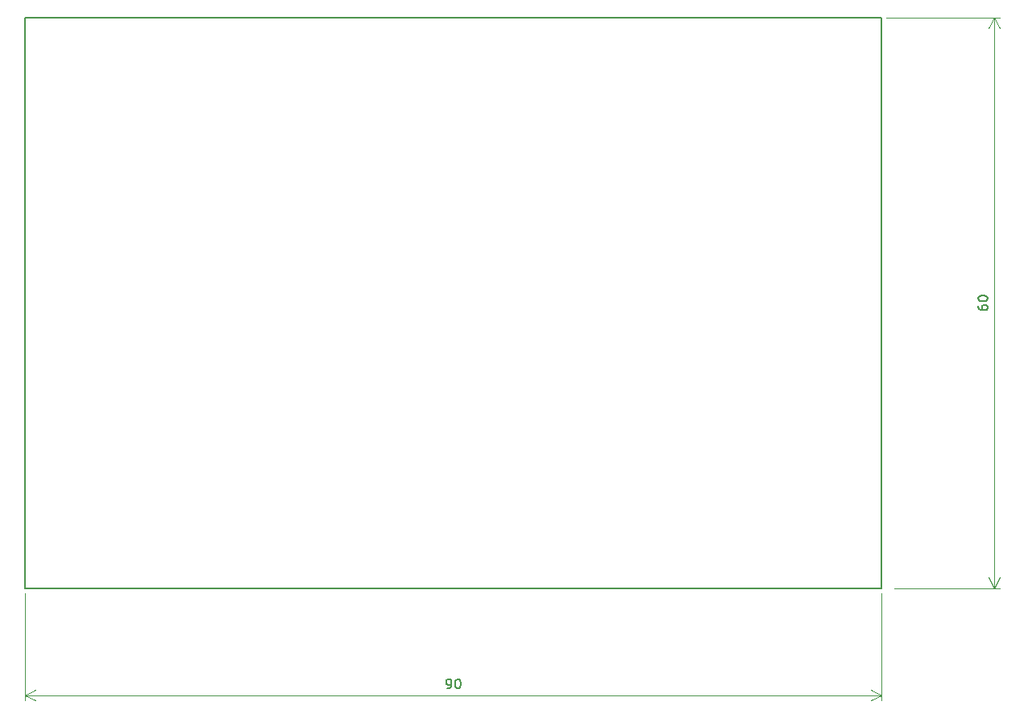
<source format=gbr>
%TF.GenerationSoftware,KiCad,Pcbnew,9.0.7*%
%TF.CreationDate,2026-02-14T10:56:33+01:00*%
%TF.ProjectId,ESP32_5V,45535033-325f-4355-962e-6b696361645f,rev?*%
%TF.SameCoordinates,Original*%
%TF.FileFunction,Profile,NP*%
%FSLAX46Y46*%
G04 Gerber Fmt 4.6, Leading zero omitted, Abs format (unit mm)*
G04 Created by KiCad (PCBNEW 9.0.7) date 2026-02-14 10:56:33*
%MOMM*%
%LPD*%
G01*
G04 APERTURE LIST*
%TA.AperFunction,Profile*%
%ADD10C,0.150000*%
%TD*%
%ADD11C,0.150000*%
%TA.AperFunction,Profile*%
%ADD12C,0.050000*%
%TD*%
G04 APERTURE END LIST*
D10*
X58850000Y-31650000D02*
X148850000Y-31650000D01*
X148850000Y-91650000D01*
X58850000Y-91650000D01*
X58850000Y-31650000D01*
D11*
X159004819Y-61935714D02*
X159004819Y-62126190D01*
X159004819Y-62126190D02*
X159052438Y-62221428D01*
X159052438Y-62221428D02*
X159100057Y-62269047D01*
X159100057Y-62269047D02*
X159242914Y-62364285D01*
X159242914Y-62364285D02*
X159433390Y-62411904D01*
X159433390Y-62411904D02*
X159814342Y-62411904D01*
X159814342Y-62411904D02*
X159909580Y-62364285D01*
X159909580Y-62364285D02*
X159957200Y-62316666D01*
X159957200Y-62316666D02*
X160004819Y-62221428D01*
X160004819Y-62221428D02*
X160004819Y-62030952D01*
X160004819Y-62030952D02*
X159957200Y-61935714D01*
X159957200Y-61935714D02*
X159909580Y-61888095D01*
X159909580Y-61888095D02*
X159814342Y-61840476D01*
X159814342Y-61840476D02*
X159576247Y-61840476D01*
X159576247Y-61840476D02*
X159481009Y-61888095D01*
X159481009Y-61888095D02*
X159433390Y-61935714D01*
X159433390Y-61935714D02*
X159385771Y-62030952D01*
X159385771Y-62030952D02*
X159385771Y-62221428D01*
X159385771Y-62221428D02*
X159433390Y-62316666D01*
X159433390Y-62316666D02*
X159481009Y-62364285D01*
X159481009Y-62364285D02*
X159576247Y-62411904D01*
X159004819Y-61221428D02*
X159004819Y-61126190D01*
X159004819Y-61126190D02*
X159052438Y-61030952D01*
X159052438Y-61030952D02*
X159100057Y-60983333D01*
X159100057Y-60983333D02*
X159195295Y-60935714D01*
X159195295Y-60935714D02*
X159385771Y-60888095D01*
X159385771Y-60888095D02*
X159623866Y-60888095D01*
X159623866Y-60888095D02*
X159814342Y-60935714D01*
X159814342Y-60935714D02*
X159909580Y-60983333D01*
X159909580Y-60983333D02*
X159957200Y-61030952D01*
X159957200Y-61030952D02*
X160004819Y-61126190D01*
X160004819Y-61126190D02*
X160004819Y-61221428D01*
X160004819Y-61221428D02*
X159957200Y-61316666D01*
X159957200Y-61316666D02*
X159909580Y-61364285D01*
X159909580Y-61364285D02*
X159814342Y-61411904D01*
X159814342Y-61411904D02*
X159623866Y-61459523D01*
X159623866Y-61459523D02*
X159385771Y-61459523D01*
X159385771Y-61459523D02*
X159195295Y-61411904D01*
X159195295Y-61411904D02*
X159100057Y-61364285D01*
X159100057Y-61364285D02*
X159052438Y-61316666D01*
X159052438Y-61316666D02*
X159004819Y-61221428D01*
D12*
X149350000Y-31650000D02*
X161286420Y-31650000D01*
X161286420Y-91650000D02*
X150200000Y-91650000D01*
X160700000Y-31650000D02*
X160700000Y-91650000D01*
X160700000Y-31650000D02*
X161286421Y-32776504D01*
X160700000Y-31650000D02*
X160113579Y-32776504D01*
X160700000Y-91650000D02*
X160113579Y-90523496D01*
X160700000Y-91650000D02*
X161286421Y-90523496D01*
D11*
X103183333Y-102204819D02*
X103373809Y-102204819D01*
X103373809Y-102204819D02*
X103469047Y-102157200D01*
X103469047Y-102157200D02*
X103516666Y-102109580D01*
X103516666Y-102109580D02*
X103611904Y-101966723D01*
X103611904Y-101966723D02*
X103659523Y-101776247D01*
X103659523Y-101776247D02*
X103659523Y-101395295D01*
X103659523Y-101395295D02*
X103611904Y-101300057D01*
X103611904Y-101300057D02*
X103564285Y-101252438D01*
X103564285Y-101252438D02*
X103469047Y-101204819D01*
X103469047Y-101204819D02*
X103278571Y-101204819D01*
X103278571Y-101204819D02*
X103183333Y-101252438D01*
X103183333Y-101252438D02*
X103135714Y-101300057D01*
X103135714Y-101300057D02*
X103088095Y-101395295D01*
X103088095Y-101395295D02*
X103088095Y-101633390D01*
X103088095Y-101633390D02*
X103135714Y-101728628D01*
X103135714Y-101728628D02*
X103183333Y-101776247D01*
X103183333Y-101776247D02*
X103278571Y-101823866D01*
X103278571Y-101823866D02*
X103469047Y-101823866D01*
X103469047Y-101823866D02*
X103564285Y-101776247D01*
X103564285Y-101776247D02*
X103611904Y-101728628D01*
X103611904Y-101728628D02*
X103659523Y-101633390D01*
X104278571Y-101204819D02*
X104373809Y-101204819D01*
X104373809Y-101204819D02*
X104469047Y-101252438D01*
X104469047Y-101252438D02*
X104516666Y-101300057D01*
X104516666Y-101300057D02*
X104564285Y-101395295D01*
X104564285Y-101395295D02*
X104611904Y-101585771D01*
X104611904Y-101585771D02*
X104611904Y-101823866D01*
X104611904Y-101823866D02*
X104564285Y-102014342D01*
X104564285Y-102014342D02*
X104516666Y-102109580D01*
X104516666Y-102109580D02*
X104469047Y-102157200D01*
X104469047Y-102157200D02*
X104373809Y-102204819D01*
X104373809Y-102204819D02*
X104278571Y-102204819D01*
X104278571Y-102204819D02*
X104183333Y-102157200D01*
X104183333Y-102157200D02*
X104135714Y-102109580D01*
X104135714Y-102109580D02*
X104088095Y-102014342D01*
X104088095Y-102014342D02*
X104040476Y-101823866D01*
X104040476Y-101823866D02*
X104040476Y-101585771D01*
X104040476Y-101585771D02*
X104088095Y-101395295D01*
X104088095Y-101395295D02*
X104135714Y-101300057D01*
X104135714Y-101300057D02*
X104183333Y-101252438D01*
X104183333Y-101252438D02*
X104278571Y-101204819D01*
D12*
X148850000Y-92150000D02*
X148850000Y-103486420D01*
X58850000Y-103486420D02*
X58850000Y-92150000D01*
X148850000Y-102900000D02*
X58850000Y-102900000D01*
X148850000Y-102900000D02*
X147723496Y-103486421D01*
X148850000Y-102900000D02*
X147723496Y-102313579D01*
X58850000Y-102900000D02*
X59976504Y-102313579D01*
X58850000Y-102900000D02*
X59976504Y-103486421D01*
M02*

</source>
